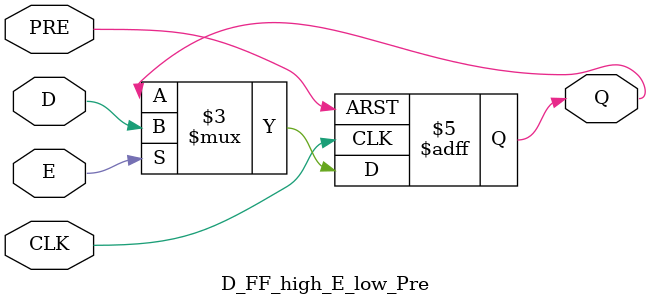
<source format=v>
module D_FF_high_E_low_Pre (input D,E,PRE,CLK, output reg Q);
always @(posedge CLK or negedge PRE) begin
 if (!PRE) Q<=1'b1;
 else if (E) Q<=D; 
end
endmodule
</source>
